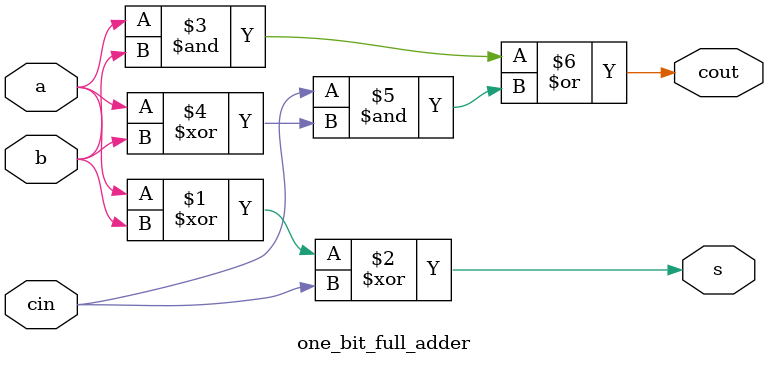
<source format=sv>
module one_bit_full_adder
	(input logic a,b,cin,
		output logic s,cout);

	assign s = (a ^ b) ^ cin;
	
	assign cout = (a & b) | (cin & (a ^ b));

endmodule

</source>
